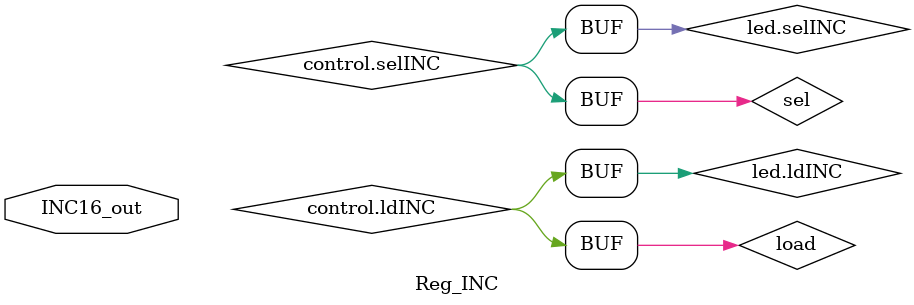
<source format=sv>
/* Author: Jenner Hanni
 * Project: Harry Porter Relay Computer
 * File: Register type for address bus access
 * Address bus inout, ctrl bus in
 * License: MIT http://opensource.org/licenses/MIT
*/

module Reg_INC (Ctrl_Bus control, 
                LED_Bus led, 
                Addr_Bus addr_bus,
                input wire [16-1:0] INC16_out);

  parameter N = 16;

  logic [N-1:0] content;
  logic load, sel;

  assign load = control.ldINC;
  assign sel = control.selINC;

  assign led.ldINC = load;
  assign led.selINC = sel;

  always begin
    if (load)
      content = INC16_out;
    if (sel) 
      addr_bus.address = content;
  end

  nBitRegister nBitsReg_INC (N, load, sel, content);

endmodule

</source>
